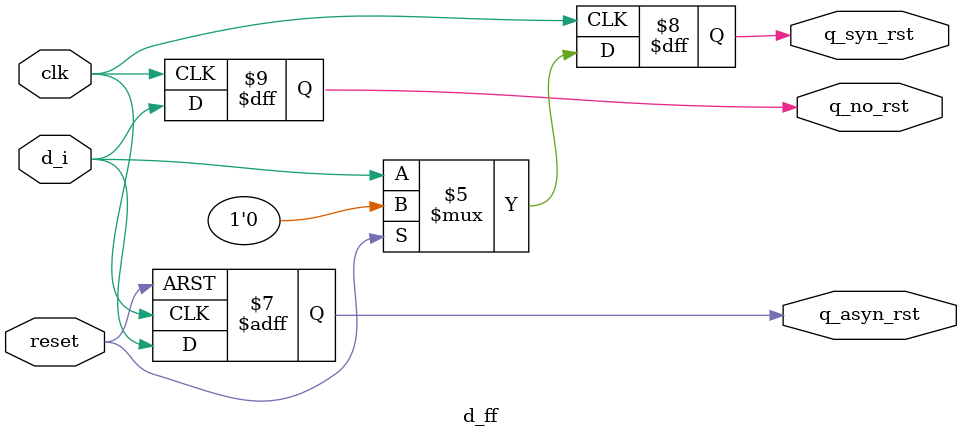
<source format=sv>
`timescale 1ns / 1ps


module d_ff(input logic d_i,
 input wire clk,
  input wire reset,
   output logic q_no_rst,
    output logic q_syn_rst,
     output logic q_asyn_rst);



always_ff @(posedge clk) begin
    q_no_rst <= d_i;
end

always_ff @(posedge clk) begin
    if(reset) begin
        q_syn_rst <= 1'b0;
    end
    else begin
        q_syn_rst <= d_i;
    end
end

always_ff @(posedge clk or posedge reset) begin
    if(reset) begin
        q_asyn_rst <= 1'b0;
    end
    else begin
        q_asyn_rst <= d_i;
    end
end
endmodule

</source>
